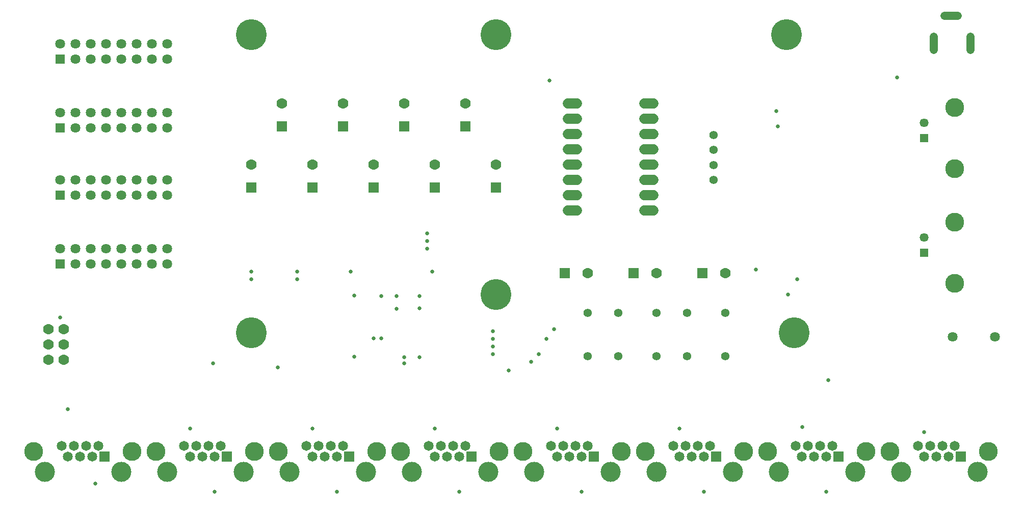
<source format=gbr>
G04 EAGLE Gerber RS-274X export*
G75*
%MOMM*%
%FSLAX34Y34*%
%LPD*%
%INSoldermask Bottom*%
%IPPOS*%
%AMOC8*
5,1,8,0,0,1.08239X$1,22.5*%
G01*
G04 Define Apertures*
%ADD10C,5.127000*%
%ADD11C,1.387000*%
%ADD12R,1.627000X1.627000*%
%ADD13C,1.627000*%
%ADD14R,1.462000X1.462000*%
%ADD15C,1.462000*%
%ADD16C,3.127000*%
%ADD17C,1.777000*%
%ADD18R,1.777000X1.777000*%
%ADD19C,1.651000*%
%ADD20R,1.651000X1.651000*%
%ADD21C,3.327000*%
%ADD22C,1.327000*%
%ADD23C,1.651000*%
%ADD24C,0.652000*%
D10*
X1219200Y927100D03*
X330200Y927100D03*
X1231900Y431800D03*
X330200Y431800D03*
X736600Y927100D03*
X736600Y495300D03*
D11*
X1098550Y685800D03*
X1098550Y710800D03*
X1098550Y735800D03*
X1098550Y760800D03*
D12*
X12700Y660400D03*
D13*
X12700Y685800D03*
X38100Y660400D03*
X38100Y685800D03*
X63500Y660400D03*
X63500Y685800D03*
X88900Y660400D03*
X88900Y685800D03*
X114300Y660400D03*
X114300Y685800D03*
X139700Y660400D03*
X139700Y685800D03*
X165100Y660400D03*
X165100Y685800D03*
X190500Y660400D03*
X190500Y685800D03*
D12*
X12700Y546100D03*
D13*
X12700Y571500D03*
X38100Y546100D03*
X38100Y571500D03*
X63500Y546100D03*
X63500Y571500D03*
X88900Y546100D03*
X88900Y571500D03*
X114300Y546100D03*
X114300Y571500D03*
X139700Y546100D03*
X139700Y571500D03*
X165100Y546100D03*
X165100Y571500D03*
X190500Y546100D03*
X190500Y571500D03*
D12*
X12700Y887082D03*
D13*
X12700Y912482D03*
X38100Y887082D03*
X38100Y912482D03*
X63500Y887082D03*
X63500Y912482D03*
X88900Y887082D03*
X88900Y912482D03*
X114300Y887082D03*
X114300Y912482D03*
X139700Y887082D03*
X139700Y912482D03*
X165100Y887082D03*
X165100Y912482D03*
X190500Y887082D03*
X190500Y912482D03*
D12*
X12700Y772202D03*
D13*
X12700Y797602D03*
X38100Y772202D03*
X38100Y797602D03*
X63500Y772202D03*
X63500Y797602D03*
X88900Y772202D03*
X88900Y797602D03*
X114300Y772202D03*
X114300Y797602D03*
X139700Y772202D03*
X139700Y797602D03*
X165100Y772202D03*
X165100Y797602D03*
X190500Y772202D03*
X190500Y797602D03*
D14*
X1447800Y565150D03*
D15*
X1447800Y590550D03*
D16*
X1498600Y514350D03*
X1498600Y615950D03*
D11*
X889000Y393060D03*
X889000Y465460D03*
X1003300Y393060D03*
X1003300Y465460D03*
X939800Y393060D03*
X939800Y465460D03*
X1054100Y393060D03*
X1054100Y465460D03*
X1117600Y393060D03*
X1117600Y465460D03*
D14*
X1447800Y755650D03*
D15*
X1447800Y781050D03*
D16*
X1498600Y704850D03*
X1498600Y806450D03*
D17*
X-6350Y387350D03*
X19050Y387350D03*
X-6350Y412750D03*
X19050Y412750D03*
X-6350Y438150D03*
X19050Y438150D03*
D18*
X965200Y530860D03*
D17*
X1003300Y530860D03*
D18*
X1079500Y530860D03*
D17*
X1117600Y530860D03*
D18*
X850900Y530860D03*
D17*
X889000Y530860D03*
D19*
X15240Y243840D03*
X35560Y243840D03*
X55880Y243840D03*
X76200Y243840D03*
X25400Y226060D03*
X45720Y226060D03*
X66040Y226060D03*
D20*
X86360Y226060D03*
D21*
X-12700Y200660D03*
X114300Y200660D03*
D16*
X132300Y235250D03*
X-30700Y235250D03*
D19*
X218440Y243840D03*
X238760Y243840D03*
X259080Y243840D03*
X279400Y243840D03*
X228600Y226060D03*
X248920Y226060D03*
X269240Y226060D03*
D20*
X289560Y226060D03*
D21*
X190500Y200660D03*
X317500Y200660D03*
D16*
X335500Y235250D03*
X172500Y235250D03*
D19*
X421640Y243840D03*
X441960Y243840D03*
X462280Y243840D03*
X482600Y243840D03*
X431800Y226060D03*
X452120Y226060D03*
X472440Y226060D03*
D20*
X492760Y226060D03*
D21*
X393700Y200660D03*
X520700Y200660D03*
D16*
X538700Y235250D03*
X375700Y235250D03*
D19*
X624840Y243840D03*
X645160Y243840D03*
X665480Y243840D03*
X685800Y243840D03*
X635000Y226060D03*
X655320Y226060D03*
X675640Y226060D03*
D20*
X695960Y226060D03*
D21*
X596900Y200660D03*
X723900Y200660D03*
D16*
X741900Y235250D03*
X578900Y235250D03*
D19*
X828040Y243840D03*
X848360Y243840D03*
X868680Y243840D03*
X889000Y243840D03*
X838200Y226060D03*
X858520Y226060D03*
X878840Y226060D03*
D20*
X899160Y226060D03*
D21*
X800100Y200660D03*
X927100Y200660D03*
D16*
X945100Y235250D03*
X782100Y235250D03*
D19*
X1031240Y243840D03*
X1051560Y243840D03*
X1071880Y243840D03*
X1092200Y243840D03*
X1041400Y226060D03*
X1061720Y226060D03*
X1082040Y226060D03*
D20*
X1102360Y226060D03*
D21*
X1003300Y200660D03*
X1130300Y200660D03*
D16*
X1148300Y235250D03*
X985300Y235250D03*
D19*
X1234440Y243840D03*
X1254760Y243840D03*
X1275080Y243840D03*
X1295400Y243840D03*
X1244600Y226060D03*
X1264920Y226060D03*
X1285240Y226060D03*
D20*
X1305560Y226060D03*
D21*
X1206500Y200660D03*
X1333500Y200660D03*
D16*
X1351500Y235250D03*
X1188500Y235250D03*
D19*
X1437640Y243840D03*
X1457960Y243840D03*
X1478280Y243840D03*
X1498600Y243840D03*
X1447800Y226060D03*
X1468120Y226060D03*
X1488440Y226060D03*
D20*
X1508760Y226060D03*
D21*
X1409700Y200660D03*
X1536700Y200660D03*
D16*
X1554700Y235250D03*
X1391700Y235250D03*
D13*
X1565740Y425450D03*
X1495740Y425450D03*
D22*
X1525200Y901850D02*
X1525200Y923850D01*
X1503700Y958850D02*
X1481700Y958850D01*
X1464200Y923850D02*
X1464200Y901850D01*
D18*
X330200Y673100D03*
D17*
X330200Y711200D03*
D18*
X431800Y673100D03*
D17*
X431800Y711200D03*
D18*
X533400Y673100D03*
D17*
X533400Y711200D03*
D18*
X635000Y673100D03*
D17*
X635000Y711200D03*
D18*
X736600Y673100D03*
D17*
X736600Y711200D03*
D18*
X381000Y774700D03*
D17*
X381000Y812800D03*
D18*
X482600Y774700D03*
D17*
X482600Y812800D03*
D18*
X584200Y774700D03*
D17*
X584200Y812800D03*
D18*
X685800Y774700D03*
D17*
X685800Y812800D03*
D23*
X855980Y812800D02*
X871220Y812800D01*
X871220Y787400D02*
X855980Y787400D01*
X855980Y762000D02*
X871220Y762000D01*
X871220Y736600D02*
X855980Y736600D01*
X855980Y711200D02*
X871220Y711200D01*
X871220Y685800D02*
X855980Y685800D01*
X855980Y660400D02*
X871220Y660400D01*
X871220Y635000D02*
X855980Y635000D01*
X982980Y813308D02*
X998220Y813308D01*
X998220Y787908D02*
X982980Y787908D01*
X982980Y762508D02*
X998220Y762508D01*
X998220Y737108D02*
X982980Y737108D01*
X982980Y711708D02*
X998220Y711708D01*
X998220Y686308D02*
X982980Y686308D01*
X982980Y660908D02*
X998220Y660908D01*
X998220Y635508D02*
X982980Y635508D01*
D24*
X609600Y493550D03*
X609600Y391950D03*
X501650Y493594D03*
X501650Y391994D03*
X1403350Y856017D03*
X1221944Y495300D03*
X622300Y596900D03*
X12700Y457200D03*
X825500Y850900D03*
X266700Y381000D03*
X25400Y304800D03*
X533400Y422910D03*
X1202690Y800100D03*
X374650Y374650D03*
X228600Y273050D03*
X546100Y422910D03*
X1205230Y774700D03*
X584200Y381000D03*
X431800Y273050D03*
X584200Y391160D03*
X635000Y273050D03*
X758036Y369724D03*
X795020Y383540D03*
X731520Y396240D03*
X838200Y273050D03*
X807720Y396240D03*
X731520Y408940D03*
X1041400Y273050D03*
X820420Y421640D03*
X731520Y421640D03*
X1245870Y275590D03*
X731520Y434340D03*
X1447800Y266700D03*
X833120Y438150D03*
X1168400Y537210D03*
X1236980Y520700D03*
X1289050Y353201D03*
X71120Y181610D03*
X269240Y167640D03*
X472440Y167612D03*
X675640Y167612D03*
X878840Y167612D03*
X1082040Y167612D03*
X1285240Y167612D03*
X330200Y520700D03*
X406400Y520700D03*
X330200Y533400D03*
X406400Y533400D03*
X631190Y533400D03*
X495300Y533400D03*
X622300Y571500D03*
X622300Y584200D03*
X546100Y493550D03*
X571500Y471734D03*
X609600Y472440D03*
X571500Y493522D03*
M02*

</source>
